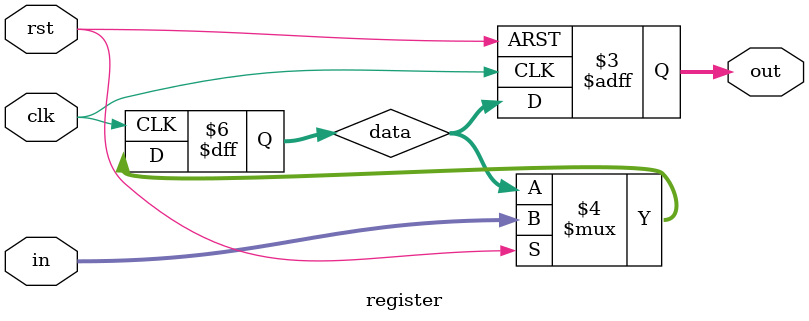
<source format=v>
module register(clk, rst, in, out);
  input clk, rst;
  input [6:0]in;
  output reg [6:0]out;
  
  reg [6:0] data;
  
  always@(posedge clk or negedge rst) begin
    if (!rst) begin
      out <= 7'b0000000;
    end
    else begin
			data <= in;
			out <= data;
		end
    end

endmodule
</source>
